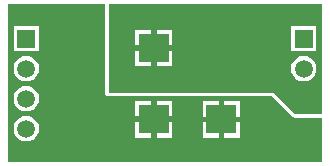
<source format=gbl>
G04 Layer_Physical_Order=2*
G04 Layer_Color=16711680*
%FSLAX42Y42*%
%MOMM*%
G71*
G01*
G75*
%ADD15C,1.50*%
%ADD16R,1.50X1.50*%
%ADD17C,0.90*%
%ADD18R,2.50X2.45*%
G36*
X2695Y1375D02*
Y445D01*
X2464D01*
X2286Y622D01*
X889D01*
Y699D01*
Y1375D01*
X2695Y1375D01*
D02*
G37*
G36*
X856Y1375D02*
Y699D01*
Y622D01*
X859Y610D01*
X866Y599D01*
X877Y592D01*
X889Y590D01*
X2272D01*
X2441Y421D01*
X2451Y414D01*
X2464Y412D01*
X2695D01*
Y35D01*
X35Y35D01*
Y1375D01*
X856D01*
D02*
G37*
%LPC*%
G36*
X1427Y1156D02*
X1295D01*
Y1026D01*
X1427D01*
Y1156D01*
D02*
G37*
G36*
Y976D02*
X1295D01*
Y847D01*
X1427D01*
Y976D01*
D02*
G37*
G36*
X1245D02*
X1113D01*
Y847D01*
X1245D01*
Y976D01*
D02*
G37*
G36*
X2647Y1186D02*
X2433D01*
Y973D01*
X2647D01*
Y1186D01*
D02*
G37*
G36*
X2540Y933D02*
X2512Y930D01*
X2486Y919D01*
X2464Y902D01*
X2447Y879D01*
X2436Y853D01*
X2432Y826D01*
X2436Y798D01*
X2447Y772D01*
X2464Y749D01*
X2486Y732D01*
X2512Y721D01*
X2540Y718D01*
X2568Y721D01*
X2594Y732D01*
X2616Y749D01*
X2633Y772D01*
X2644Y798D01*
X2648Y826D01*
X2644Y853D01*
X2633Y879D01*
X2616Y902D01*
X2594Y919D01*
X2568Y930D01*
X2540Y933D01*
D02*
G37*
G36*
X1245Y1156D02*
X1113D01*
Y1026D01*
X1245D01*
Y1156D01*
D02*
G37*
G36*
X1822Y551D02*
X1684D01*
Y416D01*
X1822D01*
Y551D01*
D02*
G37*
G36*
X1999Y376D02*
X1862D01*
Y241D01*
X1999D01*
Y376D01*
D02*
G37*
G36*
X1245Y551D02*
X1113D01*
Y421D01*
X1245D01*
Y551D01*
D02*
G37*
G36*
X1999D02*
X1862D01*
Y416D01*
X1999D01*
Y551D01*
D02*
G37*
G36*
X1822Y376D02*
X1684D01*
Y241D01*
X1822D01*
Y376D01*
D02*
G37*
G36*
X190Y425D02*
X163Y422D01*
X137Y411D01*
X114Y394D01*
X97Y371D01*
X86Y345D01*
X83Y317D01*
X86Y290D01*
X97Y264D01*
X114Y241D01*
X137Y224D01*
X163Y213D01*
X190Y210D01*
X218Y213D01*
X244Y224D01*
X267Y241D01*
X284Y264D01*
X295Y290D01*
X298Y317D01*
X295Y345D01*
X284Y371D01*
X267Y394D01*
X244Y411D01*
X218Y422D01*
X190Y425D01*
D02*
G37*
G36*
X1427Y371D02*
X1295D01*
Y241D01*
X1427D01*
Y371D01*
D02*
G37*
G36*
X1245D02*
X1113D01*
Y241D01*
X1245D01*
Y371D01*
D02*
G37*
G36*
X297Y1186D02*
X83D01*
Y973D01*
X297D01*
Y1186D01*
D02*
G37*
G36*
X1427Y551D02*
X1295D01*
Y421D01*
X1427D01*
Y551D01*
D02*
G37*
G36*
X190Y933D02*
X163Y930D01*
X137Y919D01*
X114Y902D01*
X97Y879D01*
X86Y853D01*
X83Y826D01*
X86Y798D01*
X97Y772D01*
X114Y749D01*
X137Y732D01*
X163Y721D01*
X190Y718D01*
X218Y721D01*
X244Y732D01*
X267Y749D01*
X284Y772D01*
X295Y798D01*
X298Y826D01*
X295Y853D01*
X284Y879D01*
X267Y902D01*
X244Y919D01*
X218Y930D01*
X190Y933D01*
D02*
G37*
G36*
Y679D02*
X163Y676D01*
X137Y665D01*
X114Y648D01*
X97Y625D01*
X86Y599D01*
X83Y572D01*
X86Y544D01*
X97Y518D01*
X114Y495D01*
X137Y478D01*
X163Y467D01*
X190Y464D01*
X218Y467D01*
X244Y478D01*
X267Y495D01*
X284Y518D01*
X295Y544D01*
X298Y572D01*
X295Y599D01*
X284Y625D01*
X267Y648D01*
X244Y665D01*
X218Y676D01*
X190Y679D01*
D02*
G37*
%LPD*%
D15*
Y317D02*
D03*
Y572D02*
D03*
Y826D02*
D03*
X2540Y317D02*
D03*
Y572D02*
D03*
Y826D02*
D03*
D16*
X190Y1080D02*
D03*
X2540D02*
D03*
D17*
X381Y1308D02*
D03*
X190D02*
D03*
X2540D02*
D03*
X1397D02*
D03*
X1016Y699D02*
D03*
X2540Y89D02*
D03*
X952D02*
D03*
X190D02*
D03*
X381D02*
D03*
D18*
X1842Y396D02*
D03*
Y1001D02*
D03*
X1270Y396D02*
D03*
Y1001D02*
D03*
M02*

</source>
